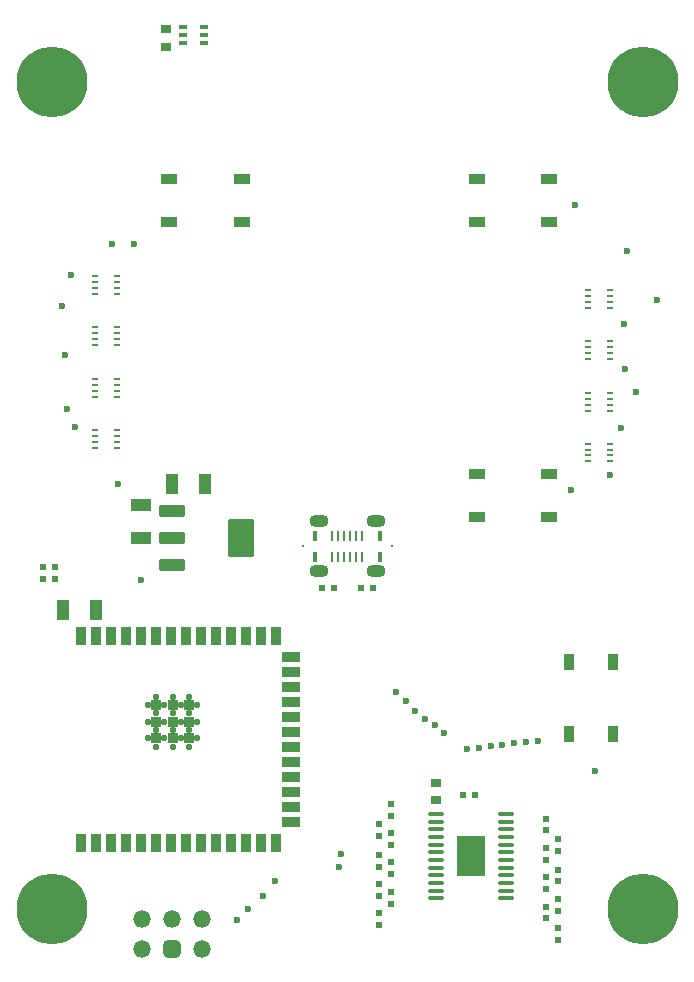
<source format=gbr>
%TF.GenerationSoftware,Altium Limited,Altium Designer,25.4.2 (15)*%
G04 Layer_Color=255*
%FSLAX45Y45*%
%MOMM*%
%TF.SameCoordinates,81630B90-A891-4B4D-9F54-97E9C8775566*%
%TF.FilePolarity,Positive*%
%TF.FileFunction,Pads,Bot*%
%TF.Part,Single*%
G01*
G75*
%TA.AperFunction,ComponentPad*%
%ADD49C,0.56000*%
G04:AMPARAMS|DCode=50|XSize=1.5mm|YSize=1.45mm|CornerRadius=0.3625mm|HoleSize=0mm|Usage=FLASHONLY|Rotation=180.000|XOffset=0mm|YOffset=0mm|HoleType=Round|Shape=RoundedRectangle|*
%AMROUNDEDRECTD50*
21,1,1.50000,0.72500,0,0,180.0*
21,1,0.77500,1.45000,0,0,180.0*
1,1,0.72500,-0.38750,0.36250*
1,1,0.72500,0.38750,0.36250*
1,1,0.72500,0.38750,-0.36250*
1,1,0.72500,-0.38750,-0.36250*
%
%ADD50ROUNDEDRECTD50*%
%ADD51O,1.50000X1.45000*%
%ADD52O,1.60000X1.10000*%
%ADD53C,0.32500*%
%TA.AperFunction,WasherPad*%
%ADD54C,6.00000*%
%TA.AperFunction,SMDPad,CuDef*%
%ADD57C,0.60000*%
G04:AMPARAMS|DCode=58|XSize=1.3mm|YSize=0.9mm|CornerRadius=0.045mm|HoleSize=0mm|Usage=FLASHONLY|Rotation=180.000|XOffset=0mm|YOffset=0mm|HoleType=Round|Shape=RoundedRectangle|*
%AMROUNDEDRECTD58*
21,1,1.30000,0.81000,0,0,180.0*
21,1,1.21000,0.90000,0,0,180.0*
1,1,0.09000,-0.60500,0.40500*
1,1,0.09000,0.60500,0.40500*
1,1,0.09000,0.60500,-0.40500*
1,1,0.09000,-0.60500,-0.40500*
%
%ADD58ROUNDEDRECTD58*%
G04:AMPARAMS|DCode=59|XSize=1.3mm|YSize=0.9mm|CornerRadius=0.045mm|HoleSize=0mm|Usage=FLASHONLY|Rotation=270.000|XOffset=0mm|YOffset=0mm|HoleType=Round|Shape=RoundedRectangle|*
%AMROUNDEDRECTD59*
21,1,1.30000,0.81000,0,0,270.0*
21,1,1.21000,0.90000,0,0,270.0*
1,1,0.09000,-0.40500,-0.60500*
1,1,0.09000,-0.40500,0.60500*
1,1,0.09000,0.40500,0.60500*
1,1,0.09000,0.40500,-0.60500*
%
%ADD59ROUNDEDRECTD59*%
%ADD60O,0.60000X0.20000*%
%ADD61O,1.40000X0.32500*%
%ADD62R,2.44000X3.42000*%
G04:AMPARAMS|DCode=63|XSize=1mm|YSize=2.15mm|CornerRadius=0.05mm|HoleSize=0mm|Usage=FLASHONLY|Rotation=270.000|XOffset=0mm|YOffset=0mm|HoleType=Round|Shape=RoundedRectangle|*
%AMROUNDEDRECTD63*
21,1,1.00000,2.05000,0,0,270.0*
21,1,0.90000,2.15000,0,0,270.0*
1,1,0.10000,-1.02500,-0.45000*
1,1,0.10000,-1.02500,0.45000*
1,1,0.10000,1.02500,0.45000*
1,1,0.10000,1.02500,-0.45000*
%
%ADD63ROUNDEDRECTD63*%
G04:AMPARAMS|DCode=64|XSize=3.25mm|YSize=2.15mm|CornerRadius=0.1075mm|HoleSize=0mm|Usage=FLASHONLY|Rotation=270.000|XOffset=0mm|YOffset=0mm|HoleType=Round|Shape=RoundedRectangle|*
%AMROUNDEDRECTD64*
21,1,3.25000,1.93500,0,0,270.0*
21,1,3.03500,2.15000,0,0,270.0*
1,1,0.21500,-0.96750,-1.51750*
1,1,0.21500,-0.96750,1.51750*
1,1,0.21500,0.96750,1.51750*
1,1,0.21500,0.96750,-1.51750*
%
%ADD64ROUNDEDRECTD64*%
G04:AMPARAMS|DCode=65|XSize=1.65mm|YSize=0.95mm|CornerRadius=0.00475mm|HoleSize=0mm|Usage=FLASHONLY|Rotation=90.000|XOffset=0mm|YOffset=0mm|HoleType=Round|Shape=RoundedRectangle|*
%AMROUNDEDRECTD65*
21,1,1.65000,0.94050,0,0,90.0*
21,1,1.64050,0.95000,0,0,90.0*
1,1,0.00950,0.47025,0.82025*
1,1,0.00950,0.47025,-0.82025*
1,1,0.00950,-0.47025,-0.82025*
1,1,0.00950,-0.47025,0.82025*
%
%ADD65ROUNDEDRECTD65*%
G04:AMPARAMS|DCode=66|XSize=1.65mm|YSize=0.95mm|CornerRadius=0.00475mm|HoleSize=0mm|Usage=FLASHONLY|Rotation=0.000|XOffset=0mm|YOffset=0mm|HoleType=Round|Shape=RoundedRectangle|*
%AMROUNDEDRECTD66*
21,1,1.65000,0.94050,0,0,0.0*
21,1,1.64050,0.95000,0,0,0.0*
1,1,0.00950,0.82025,-0.47025*
1,1,0.00950,-0.82025,-0.47025*
1,1,0.00950,-0.82025,0.47025*
1,1,0.00950,0.82025,0.47025*
%
%ADD66ROUNDEDRECTD66*%
G04:AMPARAMS|DCode=67|XSize=0.5mm|YSize=0.55mm|CornerRadius=0.025mm|HoleSize=0mm|Usage=FLASHONLY|Rotation=270.000|XOffset=0mm|YOffset=0mm|HoleType=Round|Shape=RoundedRectangle|*
%AMROUNDEDRECTD67*
21,1,0.50000,0.50000,0,0,270.0*
21,1,0.45000,0.55000,0,0,270.0*
1,1,0.05000,-0.25000,-0.22500*
1,1,0.05000,-0.25000,0.22500*
1,1,0.05000,0.25000,0.22500*
1,1,0.05000,0.25000,-0.22500*
%
%ADD67ROUNDEDRECTD67*%
G04:AMPARAMS|DCode=68|XSize=0.25mm|YSize=0.85mm|CornerRadius=0.0125mm|HoleSize=0mm|Usage=FLASHONLY|Rotation=180.000|XOffset=0mm|YOffset=0mm|HoleType=Round|Shape=RoundedRectangle|*
%AMROUNDEDRECTD68*
21,1,0.25000,0.82500,0,0,180.0*
21,1,0.22500,0.85000,0,0,180.0*
1,1,0.02500,-0.11250,0.41250*
1,1,0.02500,0.11250,0.41250*
1,1,0.02500,0.11250,-0.41250*
1,1,0.02500,-0.11250,-0.41250*
%
%ADD68ROUNDEDRECTD68*%
G04:AMPARAMS|DCode=69|XSize=0.5mm|YSize=0.55mm|CornerRadius=0.025mm|HoleSize=0mm|Usage=FLASHONLY|Rotation=0.000|XOffset=0mm|YOffset=0mm|HoleType=Round|Shape=RoundedRectangle|*
%AMROUNDEDRECTD69*
21,1,0.50000,0.50000,0,0,0.0*
21,1,0.45000,0.55000,0,0,0.0*
1,1,0.05000,0.22500,-0.25000*
1,1,0.05000,-0.22500,-0.25000*
1,1,0.05000,-0.22500,0.25000*
1,1,0.05000,0.22500,0.25000*
%
%ADD69ROUNDEDRECTD69*%
G04:AMPARAMS|DCode=70|XSize=0.35mm|YSize=0.85mm|CornerRadius=0.0175mm|HoleSize=0mm|Usage=FLASHONLY|Rotation=180.000|XOffset=0mm|YOffset=0mm|HoleType=Round|Shape=RoundedRectangle|*
%AMROUNDEDRECTD70*
21,1,0.35000,0.81500,0,0,180.0*
21,1,0.31500,0.85000,0,0,180.0*
1,1,0.03500,-0.15750,0.40750*
1,1,0.03500,0.15750,0.40750*
1,1,0.03500,0.15750,-0.40750*
1,1,0.03500,-0.15750,-0.40750*
%
%ADD70ROUNDEDRECTD70*%
G04:AMPARAMS|DCode=71|XSize=0.85mm|YSize=0.6mm|CornerRadius=0.003mm|HoleSize=0mm|Usage=FLASHONLY|Rotation=180.000|XOffset=0mm|YOffset=0mm|HoleType=Round|Shape=RoundedRectangle|*
%AMROUNDEDRECTD71*
21,1,0.85000,0.59400,0,0,180.0*
21,1,0.84400,0.60000,0,0,180.0*
1,1,0.00600,-0.42200,0.29700*
1,1,0.00600,0.42200,0.29700*
1,1,0.00600,0.42200,-0.29700*
1,1,0.00600,-0.42200,-0.29700*
%
%ADD71ROUNDEDRECTD71*%
%TA.AperFunction,ConnectorPad*%
G04:AMPARAMS|DCode=72|XSize=0.3mm|YSize=0.65mm|CornerRadius=0.015mm|HoleSize=0mm|Usage=FLASHONLY|Rotation=90.000|XOffset=0mm|YOffset=0mm|HoleType=Round|Shape=RoundedRectangle|*
%AMROUNDEDRECTD72*
21,1,0.30000,0.62000,0,0,90.0*
21,1,0.27000,0.65000,0,0,90.0*
1,1,0.03000,0.31000,0.13500*
1,1,0.03000,0.31000,-0.13500*
1,1,0.03000,-0.31000,-0.13500*
1,1,0.03000,-0.31000,0.13500*
%
%ADD72ROUNDEDRECTD72*%
%ADD73R,0.90000X1.50000*%
%TA.AperFunction,BGAPad,CuDef*%
%ADD74R,0.90000X0.90000*%
%TA.AperFunction,ConnectorPad*%
%ADD75R,1.50000X0.90000*%
D49*
X1521080Y2295480D02*
D03*
X1381080D02*
D03*
X1731080Y2225480D02*
D03*
X1661080Y2295480D02*
D03*
Y2155480D02*
D03*
X1591080Y2225480D02*
D03*
Y2085480D02*
D03*
X1731080D02*
D03*
X1661080Y2015480D02*
D03*
X1731080Y1945480D02*
D03*
X1661080Y1875480D02*
D03*
X1591080Y1945480D02*
D03*
X1451080Y2225480D02*
D03*
X1381080Y2155480D02*
D03*
X1521080D02*
D03*
X1451080Y2085480D02*
D03*
X1311080Y2225480D02*
D03*
Y2085480D02*
D03*
X1521080Y2015480D02*
D03*
X1381080D02*
D03*
X1521080Y1875480D02*
D03*
X1451080Y1945480D02*
D03*
X1311080D02*
D03*
X1381080Y1875480D02*
D03*
D50*
X1520000Y163496D02*
D03*
D51*
Y417496D02*
D03*
X1774000D02*
D03*
X1266000Y163496D02*
D03*
X1774000D02*
D03*
X1266000Y417496D02*
D03*
D52*
X3240000Y3787200D02*
D03*
X2760000Y3784700D02*
D03*
X3240000Y3359700D02*
D03*
X2760000D02*
D03*
D53*
X3375000Y3572200D02*
D03*
X2625000D02*
D03*
D54*
X500000Y500000D02*
D03*
X5500000D02*
D03*
Y7500000D02*
D03*
X500000D02*
D03*
D57*
X2384145Y733355D02*
D03*
X2285750Y614250D02*
D03*
X2156909Y500591D02*
D03*
X2065076Y407385D02*
D03*
X3822698Y1989588D02*
D03*
X4615793Y1922087D02*
D03*
X4511511Y1915645D02*
D03*
X4412104Y1903146D02*
D03*
X4312696Y1890646D02*
D03*
X4213289Y1878147D02*
D03*
X4113882Y1865648D02*
D03*
X4014475Y1853148D02*
D03*
X1254600Y3286046D02*
D03*
X4892858Y4046223D02*
D03*
X5223137Y4170860D02*
D03*
X5321060Y4573940D02*
D03*
X5445000Y4880000D02*
D03*
X5347500Y5070306D02*
D03*
X5345869Y5450508D02*
D03*
X5619805Y5653189D02*
D03*
X5372164Y6069465D02*
D03*
X4928838Y6463488D02*
D03*
X1060442Y4097942D02*
D03*
X695211Y4585211D02*
D03*
X624502Y4731684D02*
D03*
X606658Y5188342D02*
D03*
X585650Y5607354D02*
D03*
X658885Y5871561D02*
D03*
X1011536Y6134036D02*
D03*
X1193490D02*
D03*
X5097500Y1665386D02*
D03*
X2934300Y858408D02*
D03*
X2947267Y962670D02*
D03*
X3746337Y2054300D02*
D03*
X3657993Y2108437D02*
D03*
X3574584Y2173233D02*
D03*
X3493522Y2262617D02*
D03*
X3408808Y2338614D02*
D03*
D58*
X4095000Y6685000D02*
D03*
Y6315000D02*
D03*
X4705000Y6685000D02*
D03*
Y6315000D02*
D03*
X4095000Y4185000D02*
D03*
Y3815000D02*
D03*
X4705000Y4185000D02*
D03*
Y3815000D02*
D03*
X1495000Y6684999D02*
D03*
Y6315000D02*
D03*
X2105000Y6684999D02*
D03*
Y6315000D02*
D03*
D59*
X4879430Y1979977D02*
D03*
X5249430D02*
D03*
X4879430Y2589977D02*
D03*
X5249430D02*
D03*
D60*
X5036780Y5641121D02*
D03*
Y5591121D02*
D03*
Y5691121D02*
D03*
Y5741121D02*
D03*
X5226781D02*
D03*
Y5691121D02*
D03*
Y5641121D02*
D03*
Y5591121D02*
D03*
X5036780Y4768618D02*
D03*
Y4718618D02*
D03*
Y4818618D02*
D03*
Y4868618D02*
D03*
X5226781D02*
D03*
Y4818618D02*
D03*
Y4768618D02*
D03*
Y4718618D02*
D03*
X5036780Y4340331D02*
D03*
Y4290331D02*
D03*
Y4390331D02*
D03*
Y4440331D02*
D03*
X5226781D02*
D03*
Y4390331D02*
D03*
Y4340331D02*
D03*
Y4290331D02*
D03*
X1050700Y4505410D02*
D03*
Y4555410D02*
D03*
Y4455410D02*
D03*
Y4405410D02*
D03*
X860700D02*
D03*
Y4455410D02*
D03*
Y4505410D02*
D03*
Y4555410D02*
D03*
X1050700Y4933697D02*
D03*
Y4983697D02*
D03*
Y4883697D02*
D03*
Y4833697D02*
D03*
X860700D02*
D03*
Y4883697D02*
D03*
Y4933697D02*
D03*
Y4983697D02*
D03*
X1050700Y5374159D02*
D03*
Y5424159D02*
D03*
Y5324159D02*
D03*
Y5274159D02*
D03*
X860700D02*
D03*
Y5324159D02*
D03*
Y5374159D02*
D03*
Y5424159D02*
D03*
X1050700Y5806200D02*
D03*
Y5856200D02*
D03*
Y5756200D02*
D03*
Y5706200D02*
D03*
X860700D02*
D03*
Y5756200D02*
D03*
Y5806200D02*
D03*
Y5856200D02*
D03*
X5036780Y5209080D02*
D03*
Y5159080D02*
D03*
Y5259080D02*
D03*
Y5309080D02*
D03*
X5226781D02*
D03*
Y5259080D02*
D03*
Y5209080D02*
D03*
Y5159080D02*
D03*
D61*
X3750000Y1175000D02*
D03*
X4340000Y1110000D02*
D03*
Y1175000D02*
D03*
X3750000Y1305000D02*
D03*
Y1110000D02*
D03*
X4340000Y1240000D02*
D03*
X3750000D02*
D03*
X4340000Y1305000D02*
D03*
Y590000D02*
D03*
Y655000D02*
D03*
Y720000D02*
D03*
Y785000D02*
D03*
Y850000D02*
D03*
Y915000D02*
D03*
Y980000D02*
D03*
Y1045000D02*
D03*
X3750000D02*
D03*
Y980000D02*
D03*
Y915000D02*
D03*
Y785000D02*
D03*
Y720000D02*
D03*
Y655000D02*
D03*
Y590000D02*
D03*
Y850000D02*
D03*
D62*
X4045000Y947500D02*
D03*
D63*
X1514101Y3641300D02*
D03*
X1514100Y3411300D02*
D03*
Y3871300D02*
D03*
D64*
X2099100Y3641300D02*
D03*
D65*
X1794100Y4100000D02*
D03*
X1514100D02*
D03*
X596076Y3034999D02*
D03*
X876080Y3035000D02*
D03*
D66*
X1254600Y3641300D02*
D03*
Y3921300D02*
D03*
D67*
X4681269Y769432D02*
D03*
Y669432D02*
D03*
X4780585Y734198D02*
D03*
Y834198D02*
D03*
X4683060Y1016715D02*
D03*
Y916715D02*
D03*
X4683059Y1265985D02*
D03*
X4683059Y1165985D02*
D03*
X4780560Y991715D02*
D03*
Y1091714D02*
D03*
X3272500Y959198D02*
D03*
Y462187D02*
D03*
X3370000Y546271D02*
D03*
X3272500Y711270D02*
D03*
X3370000Y794432D02*
D03*
X3370000Y1041714D02*
D03*
X3272500Y1216714D02*
D03*
X3370000Y1290985D02*
D03*
X4683061Y421272D02*
D03*
X4780560Y586271D02*
D03*
X4784332Y337188D02*
D03*
X4683061Y521271D02*
D03*
X4784332Y237188D02*
D03*
X4780560Y486271D02*
D03*
X3272500Y611270D02*
D03*
X3272500Y859198D02*
D03*
X3370000Y646271D02*
D03*
X3272500Y362187D02*
D03*
X3370000Y1390985D02*
D03*
X3272500Y1116714D02*
D03*
X3370000Y1141715D02*
D03*
X3370000Y894432D02*
D03*
D68*
X3125000Y3662200D02*
D03*
Y3482200D02*
D03*
X2875001D02*
D03*
Y3662200D02*
D03*
X2925000Y3482200D02*
D03*
X3075000Y3662200D02*
D03*
X2975000D02*
D03*
X3025000Y3482200D02*
D03*
Y3662200D02*
D03*
X2975000Y3482200D02*
D03*
X3075000D02*
D03*
X2925000Y3662200D02*
D03*
D69*
X4082500Y1465000D02*
D03*
X3218367Y3221045D02*
D03*
X2789443Y3221041D02*
D03*
X3982500Y1465000D02*
D03*
X425000Y3295000D02*
D03*
Y3395000D02*
D03*
X2889443Y3221041D02*
D03*
X3118367Y3221045D02*
D03*
X525000Y3295000D02*
D03*
Y3395000D02*
D03*
D70*
X3275000Y3482200D02*
D03*
Y3662200D02*
D03*
X2725000D02*
D03*
Y3482200D02*
D03*
D71*
X3750000Y1567500D02*
D03*
X1462400Y7947580D02*
D03*
X3750000Y1422500D02*
D03*
X1462400Y7802580D02*
D03*
D72*
X1610000Y7965000D02*
D03*
X1790000D02*
D03*
Y7835000D02*
D03*
X1610000D02*
D03*
X1790000Y7900000D02*
D03*
X1610000D02*
D03*
D73*
X749080Y2810480D02*
D03*
Y1060480D02*
D03*
X1257080D02*
D03*
X2146080D02*
D03*
X2273080D02*
D03*
X1130080D02*
D03*
X876080D02*
D03*
X1003080D02*
D03*
X2400080Y2810480D02*
D03*
X2273080D02*
D03*
X876080D02*
D03*
X2400080Y1060480D02*
D03*
X2019080D02*
D03*
X1892080D02*
D03*
X1003080Y2810480D02*
D03*
X2019080D02*
D03*
X2146080D02*
D03*
X1892080D02*
D03*
X1765080D02*
D03*
X1638080D02*
D03*
X1511080D02*
D03*
X1384080D02*
D03*
X1257080D02*
D03*
X1130080D02*
D03*
X1384080Y1060480D02*
D03*
X1511080D02*
D03*
X1638080D02*
D03*
X1765080D02*
D03*
D74*
X1661080Y2225480D02*
D03*
Y2085480D02*
D03*
X1521080Y2225480D02*
D03*
Y2085480D02*
D03*
Y1945480D02*
D03*
X1661080D02*
D03*
X1381080Y2225480D02*
D03*
Y2085480D02*
D03*
Y1945480D02*
D03*
D75*
X2525080Y1363980D02*
D03*
Y2633980D02*
D03*
Y1490980D02*
D03*
Y2379980D02*
D03*
Y2252980D02*
D03*
Y2125980D02*
D03*
Y1998980D02*
D03*
Y1871980D02*
D03*
Y1744980D02*
D03*
Y1617980D02*
D03*
Y1236980D02*
D03*
Y2506980D02*
D03*
%TF.MD5,78962af65275892f255aa6e0e2a3a10a*%
M02*

</source>
